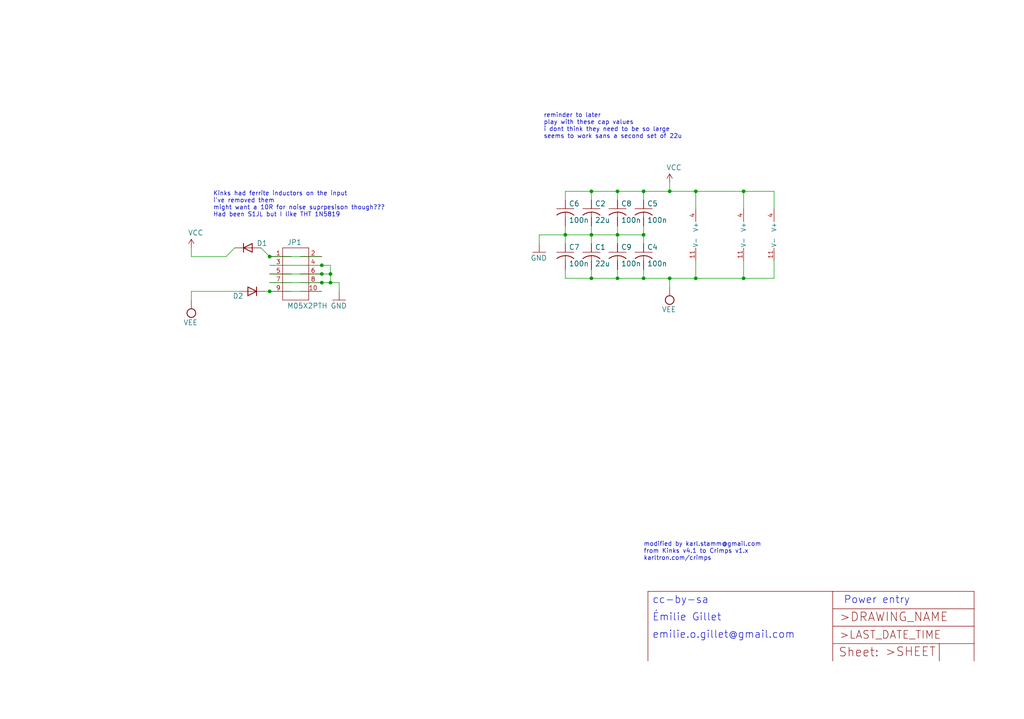
<source format=kicad_sch>
(kicad_sch (version 20230121) (generator eeschema)
  (paper "User" 299.06 210.007)
  (lib_symbols
    (symbol "Amplifier_Operational:TL074" (pin_names (offset 0.127))
      (property "Reference" "U" (at 0 5.08 0))
      (property "Value" "TL074" (at 0 -5.08 0))
      (symbol "TL074_1_1"
        (polyline (pts (xy -5.08 5.08) (xy 5.08 0) (xy -5.08 -5.08) (xy -5.08 5.08)) (stroke (width 0.254)) (fill (type background)))
        (pin output line (at 7.62 0 180) (length 2.54) (name "~") (number "1"))
        (pin input line (at -7.62 -2.54 0) (length 2.54) (name "-") (number "2"))
        (pin input line (at -7.62 2.54 0) (length 2.54) (name "+") (number "3"))
      )
      (symbol "TL074_2_1"
        (polyline (pts (xy -5.08 5.08) (xy 5.08 0) (xy -5.08 -5.08) (xy -5.08 5.08)) (stroke (width 0.254)) (fill (type background)))
        (pin input line (at -7.62 2.54 0) (length 2.54) (name "+") (number "5"))
        (pin input line (at -7.62 -2.54 0) (length 2.54) (name "-") (number "6"))
        (pin output line (at 7.62 0 180) (length 2.54) (name "~") (number "7"))
      )
      (symbol "TL074_3_1"
        (polyline (pts (xy -5.08 5.08) (xy 5.08 0) (xy -5.08 -5.08) (xy -5.08 5.08)) (stroke (width 0.254)) (fill (type background)))
        (pin input line (at -7.62 2.54 0) (length 2.54) (name "+") (number "10"))
        (pin output line (at 7.62 0 180) (length 2.54) (name "~") (number "8"))
        (pin input line (at -7.62 -2.54 0) (length 2.54) (name "-") (number "9"))
      )
      (symbol "TL074_4_1"
        (polyline (pts (xy -5.08 5.08) (xy 5.08 0) (xy -5.08 -5.08) (xy -5.08 5.08)) (stroke (width 0.254)) (fill (type background)))
        (pin input line (at -7.62 2.54 0) (length 2.54) (name "+") (number "12"))
        (pin input line (at -7.62 -2.54 0) (length 2.54) (name "-") (number "13"))
        (pin output line (at 7.62 0 180) (length 2.54) (name "~") (number "14"))
      )
      (symbol "TL074_5_1"
        (pin power_in line (at -2.54 -7.62 90) (length 3.81) (name "V-") (number "11"))
        (pin power_in line (at -2.54 7.62 270) (length 3.81) (name "V+") (number "4"))
      )
    )
    (symbol "Device:D" (pin_numbers hide) (pin_names (offset 1.016) hide)
      (property "Reference" "D" (at 0 2.54 0))
      (property "Value" "D" (at 0 -2.54 0))
      (symbol "D_0_1"
        (polyline (pts (xy -1.27 1.27) (xy -1.27 -1.27)) (stroke (width 0.254)))
        (polyline (pts (xy 1.27 0) (xy -1.27 0)))
        (polyline (pts (xy 1.27 1.27) (xy 1.27 -1.27) (xy -1.27 0) (xy 1.27 1.27)) (stroke (width 0.254)))
      )
      (symbol "D_1_1"
        (pin passive line (at -3.81 0 0) (length 2.54) (name "K") (number "1"))
        (pin passive line (at 3.81 0 180) (length 2.54) (name "A") (number "2"))
      )
    )
    (symbol "k2-eagle-import:A4L-LOC" (pin_names (offset 1.016))
      (symbol "A4L-LOC_1_0"
        (polyline (pts (xy 161.29 3.81) (xy 161.29 24.13)))
        (polyline (pts (xy 161.29 24.13) (xy 215.265 24.13)))
        (polyline (pts (xy 215.265 8.89) (xy 215.265 3.81)))
        (polyline (pts (xy 215.265 8.89) (xy 215.265 13.97)))
        (polyline (pts (xy 215.265 13.97) (xy 215.265 19.05)))
        (polyline (pts (xy 215.265 13.97) (xy 256.54 13.97)))
        (polyline (pts (xy 215.265 19.05) (xy 215.265 24.13)))
        (polyline (pts (xy 215.265 19.05) (xy 256.54 19.05)))
        (polyline (pts (xy 215.265 24.13) (xy 256.54 24.13)))
        (polyline (pts (xy 246.38 3.81) (xy 246.38 8.89)))
        (polyline (pts (xy 246.38 8.89) (xy 215.265 8.89)))
        (polyline (pts (xy 246.38 8.89) (xy 256.54 8.89)))
        (polyline (pts (xy 256.54 3.81) (xy 256.54 8.89)))
        (polyline (pts (xy 256.54 8.89) (xy 256.54 13.97)))
        (polyline (pts (xy 256.54 13.97) (xy 256.54 19.05)))
        (polyline (pts (xy 256.54 19.05) (xy 256.54 24.13)))
        (text ">DRAWING_NAME" (at 217.17 15.24 0) (effects (font (size 2.54 2.54)) (justify left bottom)))
        (text ">LAST_DATE_TIME" (at 217.17 10.16 0) (effects (font (size 2.286 2.286)) (justify left bottom)))
        (text ">SHEET" (at 230.505 5.08 0) (effects (font (size 2.54 2.54)) (justify left bottom)))
        (text "Sheet:" (at 216.916 4.953 0) (effects (font (size 2.54 2.54)) (justify left bottom)))
      )
    )
    (symbol "k2-eagle-import:C-USC0402" (pin_names (offset 1.016))
      (property "Reference" "C" (at 1.016 0.635 0))
      (property "Value" "C-USC0402" (at 1.016 -4.191 0))
      (symbol "C-USC0402_1_0"
        (arc (start 0 -1.016) (mid -1.2939 -1.2289) (end -2.4638 -1.8288) (stroke (width 0.254)))
        (polyline (pts (xy -2.54 0) (xy 2.54 0)))
        (polyline (pts (xy 0 -1.016) (xy 0 -2.54)))
        (arc (start 2.4892 -1.8542) (mid 1.3167 -1.2157) (end 0 -0.9906) (stroke (width 0.254)))
        (pin passive line (at 0 2.54 270) (length 2.54) (name "1") (number "1"))
        (pin passive line (at 0 -5.08 90) (length 2.54) (name "2") (number "2"))
      )
    )
    (symbol "k2-eagle-import:C-USC0805" (pin_names (offset 1.016))
      (property "Reference" "C" (at 1.016 0.635 0))
      (property "Value" "C-USC0805" (at 1.016 -4.191 0))
      (symbol "C-USC0805_1_0"
        (arc (start 0 -1.016) (mid -1.2939 -1.2289) (end -2.4638 -1.8288) (stroke (width 0.254)))
        (polyline (pts (xy -2.54 0) (xy 2.54 0)))
        (polyline (pts (xy 0 -1.016) (xy 0 -2.54)))
        (arc (start 2.4892 -1.8542) (mid 1.3167 -1.2157) (end 0 -0.9906) (stroke (width 0.254)))
        (pin passive line (at 0 2.54 270) (length 2.54) (name "1") (number "1"))
        (pin passive line (at 0 -5.08 90) (length 2.54) (name "2") (number "2"))
      )
    )
    (symbol "k2-eagle-import:GND" (power) (pin_names (offset 1.016))
      (property "Value" "GND" (at -2.54 -2.54 0))
      (symbol "GND_1_0"
        (polyline (pts (xy -1.905 0) (xy 1.905 0)))
        (pin power_in line (at 0 2.54 270) (length 2.54) (name "GND") (number "1"))
      )
    )
    (symbol "k2-eagle-import:M05X2PTH" (pin_names (offset 1.016))
      (property "Reference" "JP" (at -2.54 8.382 0))
      (property "Value" "M05X2PTH" (at -2.54 -10.16 0))
      (symbol "M05X2PTH_1_0"
        (polyline (pts (xy -3.81 7.62) (xy -3.81 -7.62)))
        (polyline (pts (xy -3.81 7.62) (xy 3.81 7.62)))
        (polyline (pts (xy -1.27 -5.08) (xy -2.54 -5.08)))
        (polyline (pts (xy -1.27 -2.54) (xy -2.54 -2.54)))
        (polyline (pts (xy -1.27 0) (xy -2.54 0)))
        (polyline (pts (xy -1.27 2.54) (xy -2.54 2.54)))
        (polyline (pts (xy -1.27 5.08) (xy -2.54 5.08)))
        (polyline (pts (xy 1.27 -5.08) (xy 2.54 -5.08)))
        (polyline (pts (xy 1.27 -2.54) (xy 2.54 -2.54)))
        (polyline (pts (xy 1.27 0) (xy 2.54 0)))
        (polyline (pts (xy 1.27 2.54) (xy 2.54 2.54)))
        (polyline (pts (xy 1.27 5.08) (xy 2.54 5.08)))
        (polyline (pts (xy 3.81 -7.62) (xy -3.81 -7.62)))
        (polyline (pts (xy 3.81 -7.62) (xy 3.81 7.62)))
        (pin passive line (at -7.62 5.08 0) (length 5.08) (name "1") (number "1"))
        (pin passive line (at 7.62 -5.08 180) (length 5.08) (name "10") (number "10"))
        (pin passive line (at 7.62 5.08 180) (length 5.08) (name "2") (number "2"))
        (pin passive line (at -7.62 2.54 0) (length 5.08) (name "3") (number "3"))
        (pin passive line (at 7.62 2.54 180) (length 5.08) (name "4") (number "4"))
        (pin passive line (at -7.62 0 0) (length 5.08) (name "5") (number "5"))
        (pin passive line (at 7.62 0 180) (length 5.08) (name "6") (number "6"))
        (pin passive line (at -7.62 -2.54 0) (length 5.08) (name "7") (number "7"))
        (pin passive line (at 7.62 -2.54 180) (length 5.08) (name "8") (number "8"))
        (pin passive line (at -7.62 -5.08 0) (length 5.08) (name "9") (number "9"))
      )
    )
    (symbol "k2-eagle-import:VCC" (power) (pin_names (offset 1.016))
      (property "Value" "VCC" (at -1.016 3.556 0))
      (symbol "VCC_1_0"
        (polyline (pts (xy 0 2.54) (xy -0.762 1.27)))
        (polyline (pts (xy 0.762 1.27) (xy 0 2.54)))
        (pin power_in line (at 0 0 90) (length 2.54) (name "VCC") (number "1"))
      )
    )
    (symbol "k2-eagle-import:VEE" (power) (pin_names (offset 1.016))
      (property "Value" "VEE" (at -1.905 3.175 0))
      (symbol "VEE_1_0"
        (circle (center 0 1.27) (radius 1.27) (stroke (width 0.254)))
        (pin power_in line (at 0 -2.54 90) (length 2.54) (name "VEE") (number "1"))
      )
    )
  )
  (junction (at 96.52 82.55))
  (junction (at 195.58 55.88))
  (junction (at 96.52 80.01))
  (junction (at 172.72 81.28))
  (junction (at 180.34 68.58))
  (junction (at 172.72 55.88))
  (junction (at 93.98 77.47))
  (junction (at 217.17 55.88))
  (junction (at 203.2 55.88))
  (junction (at 78.74 85.09))
  (junction (at 165.1 68.58))
  (junction (at 195.58 81.28))
  (junction (at 180.34 55.88))
  (junction (at 93.98 82.55))
  (junction (at 203.2 81.28))
  (junction (at 217.17 81.28))
  (junction (at 180.34 81.28))
  (junction (at 78.74 74.93))
  (junction (at 187.96 68.58))
  (junction (at 172.72 68.58))
  (junction (at 187.96 55.88))
  (junction (at 187.96 81.28))
  (junction (at 93.98 80.01))
  (wire (pts (xy 96.52 80.01) (xy 93.98 80.01)))
  (wire (pts (xy 78.74 77.47) (xy 93.98 77.47)))
  (wire (pts (xy 217.17 81.28) (xy 226.06 81.28)))
  (wire (pts (xy 172.72 66.04) (xy 172.72 68.58)))
  (wire (pts (xy 55.88 85.09) (xy 55.88 87.63)))
  (wire (pts (xy 93.98 77.47) (xy 96.52 77.47)))
  (wire (pts (xy 180.34 55.88) (xy 187.96 55.88)))
  (wire (pts (xy 187.96 58.42) (xy 187.96 55.88)))
  (wire (pts (xy 187.96 68.58) (xy 187.96 66.04)))
  (wire (pts (xy 180.34 81.28) (xy 172.72 81.28)))
  (wire (pts (xy 165.1 81.28) (xy 172.72 81.28)))
  (wire (pts (xy 78.74 74.93) (xy 76.2 72.39)))
  (wire (pts (xy 165.1 55.88) (xy 172.72 55.88)))
  (wire (pts (xy 180.34 55.88) (xy 172.72 55.88)))
  (wire (pts (xy 172.72 71.12) (xy 172.72 68.58)))
  (wire (pts (xy 93.98 82.55) (xy 96.52 82.55)))
  (wire (pts (xy 165.1 71.12) (xy 165.1 68.58)))
  (wire (pts (xy 180.34 68.58) (xy 187.96 68.58)))
  (wire (pts (xy 195.58 53.34) (xy 195.58 55.88)))
  (wire (pts (xy 226.06 60.96) (xy 226.06 55.88)))
  (wire (pts (xy 187.96 71.12) (xy 187.96 68.58)))
  (wire (pts (xy 66.04 74.93) (xy 55.88 74.93)))
  (wire (pts (xy 165.1 58.42) (xy 165.1 55.88)))
  (wire (pts (xy 226.06 81.28) (xy 226.06 76.2)))
  (wire (pts (xy 165.1 68.58) (xy 172.72 68.58)))
  (wire (pts (xy 180.34 81.28) (xy 187.96 81.28)))
  (wire (pts (xy 203.2 55.88) (xy 217.17 55.88)))
  (wire (pts (xy 203.2 81.28) (xy 217.17 81.28)))
  (wire (pts (xy 195.58 81.28) (xy 203.2 81.28)))
  (wire (pts (xy 203.2 60.96) (xy 203.2 55.88)))
  (wire (pts (xy 68.58 72.39) (xy 66.04 74.93)))
  (wire (pts (xy 187.96 55.88) (xy 195.58 55.88)))
  (wire (pts (xy 55.88 85.09) (xy 69.85 85.09)))
  (wire (pts (xy 96.52 80.01) (xy 96.52 82.55)))
  (wire (pts (xy 78.74 82.55) (xy 93.98 82.55)))
  (wire (pts (xy 165.1 78.74) (xy 165.1 81.28)))
  (wire (pts (xy 93.98 85.09) (xy 78.74 85.09)))
  (wire (pts (xy 187.96 81.28) (xy 195.58 81.28)))
  (wire (pts (xy 77.47 85.09) (xy 78.74 85.09)))
  (wire (pts (xy 99.06 82.55) (xy 99.06 85.09)))
  (wire (pts (xy 195.58 83.82) (xy 195.58 81.28)))
  (wire (pts (xy 172.72 55.88) (xy 172.72 58.42)))
  (wire (pts (xy 157.48 68.58) (xy 157.48 71.12)))
  (wire (pts (xy 78.74 74.93) (xy 93.98 74.93)))
  (wire (pts (xy 172.72 68.58) (xy 180.34 68.58)))
  (wire (pts (xy 157.48 68.58) (xy 165.1 68.58)))
  (wire (pts (xy 217.17 55.88) (xy 217.17 60.96)))
  (wire (pts (xy 180.34 66.04) (xy 180.34 68.58)))
  (wire (pts (xy 203.2 55.88) (xy 195.58 55.88)))
  (wire (pts (xy 96.52 77.47) (xy 96.52 80.01)))
  (wire (pts (xy 55.88 72.39) (xy 55.88 74.93)))
  (wire (pts (xy 180.34 58.42) (xy 180.34 55.88)))
  (wire (pts (xy 180.34 71.12) (xy 180.34 68.58)))
  (wire (pts (xy 217.17 76.2) (xy 217.17 81.28)))
  (wire (pts (xy 93.98 80.01) (xy 78.74 80.01)))
  (wire (pts (xy 203.2 76.2) (xy 203.2 81.28)))
  (wire (pts (xy 217.17 55.88) (xy 226.06 55.88)))
  (wire (pts (xy 165.1 68.58) (xy 165.1 66.04)))
  (wire (pts (xy 180.34 78.74) (xy 180.34 81.28)))
  (wire (pts (xy 96.52 82.55) (xy 99.06 82.55)))
  (wire (pts (xy 187.96 78.74) (xy 187.96 81.28)))
  (wire (pts (xy 172.72 78.74) (xy 172.72 81.28)))
  (text "modified by karl.stamm@gmail.com\nfrom Kinks v4.1 to Crimps v1.x\nkarltron.com/crimps\n" (at 187.96 163.83 0) (effects (font (size 1.27 1.27)) (justify left bottom)))
  (text "cc-by-sa" (at 190.5 176.53 0) (effects (font (size 2.159 2.159)) (justify left bottom)))
  (text "emilie.o.gillet@gmail.com" (at 190.5 186.69 0) (effects (font (size 2.159 2.159)) (justify left bottom)))
  (text "Kinks had ferrite inductors on the input\ni've removed them\nmight want a 10R for noise suprpesison though???\nHad been S1JL but I like THT 1N5819" (at 62.23 63.5 0) (effects (font (size 1.27 1.27)) (justify left bottom)))
  (text "Émilie Gillet" (at 190.5 181.61 0) (effects (font (size 2.159 2.159)) (justify left bottom)))
  (text "reminder to later\nplay with these cap values\ni dont think they need to be so large\nseems to work sans a second set of 22u" (at 158.75 40.64 0) (effects (font (size 1.27 1.27)) (justify left bottom)))
  (text "Power entry" (at 246.38 176.53 0) (effects (font (size 2.159 2.159)) (justify left bottom)))
  (symbol (lib_id "k2-eagle-import:VEE") (at 195.58 86.36 180) (unit 1)
    (property "Reference" "#SUPPLY04" (effects hide))
    (property "Value" "VEE" (at 197.485 89.535 0) (effects (font (size 1.4986 1.4986)) (justify left bottom)))
    (instances (project "Jinx" (path "" (reference "#SUPPLY04") (unit 1)) (path "" (reference "#SUPPLY4") (unit 1))))
  )
  (symbol (lib_id "k2-eagle-import:C-USC0402") (at 180.34 73.66 0) (unit 1)
    (property "Reference" "C9" (at 181.356 73.025 0) (effects (font (size 1.4986 1.4986)) (justify left bottom)))
    (property "Value" "100n" (at 181.356 77.851 0) (effects (font (size 1.4986 1.4986)) (justify left bottom)))
    (property "Footprint" "Capacitor_SMD:C_0805_2012Metric_Pad1.18x1.45mm_HandSolder" (effects hide))
  )
  (symbol (lib_id "k2-eagle-import:A4L-LOC") (at 27.94 196.85 0) (unit 1)
    (property "Reference" "#FRAME8" (effects hide))
    (property "Value" "A4L-LOC" (effects hide))
  )
  (symbol (lib_id "k2-eagle-import:C-USC0402") (at 187.96 73.66 0) (unit 1)
    (property "Reference" "C4" (at 188.976 73.025 0) (effects (font (size 1.4986 1.4986)) (justify left bottom)))
    (property "Value" "100n" (at 188.976 77.851 0) (effects (font (size 1.4986 1.4986)) (justify left bottom)))
    (property "Footprint" "Capacitor_SMD:C_0805_2012Metric_Pad1.18x1.45mm_HandSolder" (effects hide))
  )
  (symbol (lib_id "k2-eagle-import:C-USC0805") (at 172.72 60.96 0) (unit 1)
    (property "Reference" "C2" (at 173.736 60.325 0) (effects (font (size 1.4986 1.4986)) (justify left bottom)))
    (property "Value" "22u" (at 173.736 65.151 0) (effects (font (size 1.4986 1.4986)) (justify left bottom)))
    (property "Footprint" "Capacitor_THT:CP_Radial_D6.3mm_P2.50mm" (effects hide))
  )
  (symbol (lib_id "k2-eagle-import:C-USC0805") (at 165.1 73.66 0) (unit 1)
    (property "Reference" "C7" (at 166.116 73.025 0) (effects (font (size 1.4986 1.4986)) (justify left bottom)))
    (property "Value" "100n" (at 166.116 77.851 0) (effects (font (size 1.4986 1.4986)) (justify left bottom)))
    (property "Footprint" "Capacitor_SMD:C_0805_2012Metric_Pad1.18x1.45mm_HandSolder" (effects hide))
  )
  (symbol (lib_id "k2-eagle-import:VCC") (at 55.88 72.39 0) (unit 1)
    (property "Reference" "#P+01" (effects hide))
    (property "Value" "VCC" (at 54.864 68.834 0) (effects (font (size 1.4986 1.4986)) (justify left bottom)))
    (instances (project "Jinx" (path "" (reference "#P+01") (unit 1)) (path "" (reference "#P+1") (unit 1))))
  )
  (symbol (lib_id "Device:D") (at 73.66 85.09 180) (unit 1)
    (property "Reference" "D2" (at 71.12 85.5726 0) (effects (font (size 1.4986 1.4986)) (justify left bottom)))
    (property "Value" "S1JL" (effects hide))
    (property "Footprint" "Diode_THT:D_DO-41_SOD81_P10.16mm_Horizontal" (effects hide))
    (instances (project "Jinx" (path "" (reference "D2") (unit 1)) (path "" (reference "D?") (unit 1))))
  )
  (symbol (lib_id "Amplifier_Operational:TL074") (at 205.74 68.58 0) (unit 5)
    (property "Reference" "IC1" (effects hide))
    (property "Value" "TL074" (effects hide))
    (property "Footprint" "Package_SO:SOIC-14_3.9x8.7mm_P1.27mm" (effects hide))
  )
  (symbol (lib_id "k2-eagle-import:C-USC0805") (at 172.72 73.66 0) (unit 1)
    (property "Reference" "C1" (at 173.736 73.025 0) (effects (font (size 1.4986 1.4986)) (justify left bottom)))
    (property "Value" "22u" (at 173.736 77.851 0) (effects (font (size 1.4986 1.4986)) (justify left bottom)))
    (property "Footprint" "Capacitor_THT:CP_Radial_D6.3mm_P2.50mm" (effects hide))
  )
  (symbol (lib_id "k2-eagle-import:C-USC0402") (at 187.96 60.96 0) (unit 1)
    (property "Reference" "C5" (at 188.976 60.325 0) (effects (font (size 1.4986 1.4986)) (justify left bottom)))
    (property "Value" "100n" (at 188.976 65.151 0) (effects (font (size 1.4986 1.4986)) (justify left bottom)))
    (property "Footprint" "Capacitor_SMD:C_0805_2012Metric_Pad1.18x1.45mm_HandSolder" (effects hide))
  )
  (symbol (lib_id "k2-eagle-import:VEE") (at 55.88 90.17 180) (unit 1)
    (property "Reference" "#SUPPLY01" (effects hide))
    (property "Value" "VEE" (at 57.785 93.345 0) (effects (font (size 1.4986 1.4986)) (justify left bottom)))
    (instances (project "Jinx" (path "" (reference "#SUPPLY01") (unit 1)) (path "" (reference "#SUPPLY1") (unit 1))))
  )
  (symbol (lib_id "k2-eagle-import:GND") (at 157.48 73.66 0) (unit 1)
    (property "Reference" "#GND026" (effects hide))
    (property "Value" "GND" (at 154.94 76.2 0) (effects (font (size 1.4986 1.4986)) (justify left bottom)))
    (instances (project "Jinx" (path "" (reference "#GND026") (unit 1)) (path "" (reference "#GND26") (unit 1))))
  )
  (symbol (lib_id "k2-eagle-import:GND") (at 99.06 87.63 0) (unit 1)
    (property "Reference" "#GND01" (effects hide))
    (property "Value" "GND" (at 96.52 90.17 0) (effects (font (size 1.4986 1.4986)) (justify left bottom)))
    (instances (project "Jinx" (path "" (reference "#GND01") (unit 1)) (path "" (reference "#GND1") (unit 1))))
  )
  (symbol (lib_id "k2-eagle-import:M05X2PTH") (at 86.36 80.01 0) (unit 1)
    (property "Reference" "JP1" (at 83.82 71.628 0) (effects (font (size 1.4986 1.4986)) (justify left bottom)))
    (property "Value" "M05X2PTH" (at 83.82 90.17 0) (effects (font (size 1.4986 1.4986)) (justify left bottom)))
    (property "Footprint" "k2:AVR_ICSP" (effects hide))
  )
  (symbol (lib_id "k2-eagle-import:VCC") (at 195.58 53.34 0) (unit 1)
    (property "Reference" "#P+05" (effects hide))
    (property "Value" "VCC" (at 194.564 49.784 0) (effects (font (size 1.4986 1.4986)) (justify left bottom)))
    (instances (project "Jinx" (path "" (reference "#P+05") (unit 1)) (path "" (reference "#P+5") (unit 1))))
  )
  (symbol (lib_id "k2-eagle-import:C-USC0805") (at 165.1 60.96 0) (unit 1)
    (property "Reference" "C6" (at 166.116 60.325 0) (effects (font (size 1.4986 1.4986)) (justify left bottom)))
    (property "Value" "100n" (at 166.116 65.151 0) (effects (font (size 1.4986 1.4986)) (justify left bottom)))
    (property "Footprint" "Capacitor_SMD:C_0805_2012Metric_Pad1.18x1.45mm_HandSolder" (effects hide))
  )
  (symbol (lib_id "k2-eagle-import:C-USC0402") (at 180.34 60.96 0) (unit 1)
    (property "Reference" "C8" (at 181.356 60.325 0) (effects (font (size 1.4986 1.4986)) (justify left bottom)))
    (property "Value" "100n" (at 181.356 65.151 0) (effects (font (size 1.4986 1.4986)) (justify left bottom)))
    (property "Footprint" "Capacitor_SMD:C_0805_2012Metric_Pad1.18x1.45mm_HandSolder" (effects hide))
  )
  (symbol (lib_id "Amplifier_Operational:TL074") (at 228.6 68.58 0) (unit 5)
    (property "Reference" "IC3" (effects hide))
    (property "Value" "TL074" (effects hide))
    (property "Footprint" "Package_SO:SOIC-14_3.9x8.7mm_P1.27mm" (effects hide))
  )
  (symbol (lib_id "Device:D") (at 72.39 72.39 0) (unit 1)
    (property "Reference" "D1" (at 74.93 71.9074 0) (effects (font (size 1.4986 1.4986)) (justify left bottom)))
    (property "Value" "S1JL" (effects hide))
    (property "Footprint" "Diode_THT:D_DO-41_SOD81_P10.16mm_Horizontal" (effects hide))
  )
  (symbol (lib_id "Amplifier_Operational:TL074") (at 219.71 68.58 0) (unit 5)
    (property "Reference" "IC2" (effects hide))
    (property "Value" "TL074" (effects hide))
    (property "Footprint" "Package_SO:SOIC-14_3.9x8.7mm_P1.27mm" (effects hide))
    (instances (project "Jinx" (path "" (reference "IC2") (unit 5)) (path "" (reference "IC1") (unit 5))))
  )
)
</source>
